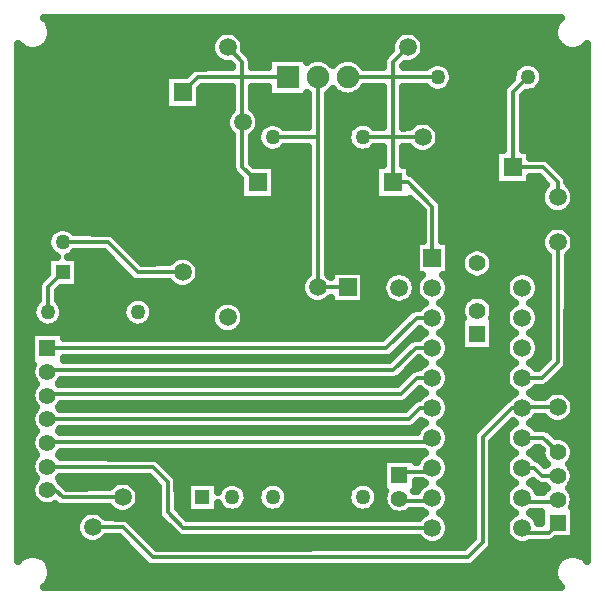
<source format=gtl>
G04 DipTrace 3.2.0.1*
G04 Top.gtl*
%MOIN*%
G04 #@! TF.FileFunction,Copper,L1,Top*
G04 #@! TF.Part,Single*
G04 #@! TA.AperFunction,Conductor*
%ADD14C,0.012992*%
G04 #@! TA.AperFunction,CopperBalancing*
%ADD15C,0.025*%
G04 #@! TA.AperFunction,ComponentPad*
%ADD16R,0.055118X0.055118*%
%ADD17C,0.055118*%
%ADD18C,0.062992*%
%ADD19R,0.062992X0.062992*%
%ADD20C,0.05*%
%ADD21C,0.05*%
%ADD22R,0.059055X0.059055*%
%ADD23C,0.059055*%
%ADD24C,0.062992*%
%ADD25C,0.129921*%
%ADD26R,0.074803X0.074803*%
%ADD27C,0.074803*%
%ADD28R,0.05X0.05*%
%ADD29C,0.059055*%
%FSLAX26Y26*%
G04*
G70*
G90*
G75*
G01*
G04 Top*
%LPD*%
X993701Y1818110D2*
D14*
Y1916535D1*
Y1995276D1*
Y1818110D2*
Y1803937D1*
X887008Y1697244D1*
Y2214567D2*
Y1697244D1*
X993701Y1818110D2*
X1019291D1*
X1143701Y1693701D1*
X1243701D1*
Y1543701D1*
X1343701Y1443701D1*
X2126421Y1541971D2*
Y1660980D1*
X2118701Y1668701D1*
X1993701Y1793701D1*
Y1843701D1*
X993701Y1343701D2*
X1143701Y1493701D1*
X2127038Y1666509D2*
X2129230Y1668701D1*
X2118701D1*
X1978433Y1664441D2*
X1981894Y1660980D1*
X2126421D1*
X1993701Y1843701D2*
Y1943701D1*
X1893701Y2043701D1*
X993701Y2093701D2*
X1043701Y2143701D1*
X1191231D1*
X1343701D1*
X1191231D2*
Y1993701D1*
Y1846171D1*
X1243701Y1793701D1*
X1191231Y2143701D2*
Y2196171D1*
X1143701Y2243701D1*
X1193701Y1993701D2*
X1191231D1*
X1543701Y2143701D2*
X1694241D1*
X1843701D1*
X1693701Y1793701D2*
Y1943701D1*
Y2143701D1*
X1593701Y1943701D2*
X1693701D1*
Y1793701D2*
X1743701D1*
X1826421Y1710980D1*
Y1541972D1*
X1694241Y2143701D2*
Y2193160D1*
X1693701Y2193701D1*
X1743701Y2243701D1*
X1793701Y1943701D2*
X1693701D1*
X2143701Y2143701D2*
X2093701Y2093701D1*
Y1843701D1*
X2243701Y1743701D2*
Y1793701D1*
X2193701Y1843701D1*
X2093701D1*
X2243701Y1593701D2*
Y1193701D1*
X2191971Y1141971D1*
X2126421D1*
X2243701Y1043701D2*
X2128151D1*
X2126421Y1041971D1*
X693701Y643701D2*
X793701D1*
X893701Y543701D1*
X1943701D1*
X1993701Y593701D1*
Y943701D1*
X2091971Y1041971D1*
X2126421D1*
X2243701Y657480D2*
Y655097D1*
X2213877Y625273D1*
X2109722D1*
X2126421Y641972D1*
X2243701Y814961D2*
X2192211D1*
X2165201Y841971D1*
X2126421D1*
X593701Y1593701D2*
X743701D1*
X843701Y1493701D1*
X993701D1*
X2243701Y893701D2*
X2195429Y941972D1*
X2126421D1*
X1443701Y1443701D2*
X1543701D1*
X1443701D2*
Y1943701D1*
Y2143701D1*
X1293701Y1943701D2*
X1443701D1*
X1826421Y941972D2*
Y927356D1*
X544982D1*
X543034Y925409D1*
Y1004150D2*
X1747978D1*
X1785799Y1041971D1*
X1826421D1*
Y841971D2*
Y829745D1*
X1727928D1*
X1716310Y818127D1*
X1826421Y741971D2*
Y730709D1*
X1724988D1*
X1716310Y739387D1*
X544252Y1360857D2*
Y1444252D1*
X593701Y1493701D1*
X1826421Y1341972D2*
X1774665D1*
X1673063Y1240370D1*
X543034D1*
X1826421Y1241972D2*
X1771224D1*
X1696513Y1167261D1*
X548667D1*
X543034Y1161630D1*
X1826421Y1141971D2*
X1776560D1*
X1721882Y1087293D1*
X547438D1*
X543034Y1082890D1*
X1826421Y641972D2*
X995429D1*
X943701Y693701D1*
Y793701D1*
X893701Y843701D1*
X557144D1*
X553459Y847386D1*
X543752D1*
X543034Y846669D1*
X2243701Y736220D2*
Y727685D1*
X2140707D1*
X2126421Y741971D1*
X793701Y743701D2*
X593701D1*
X569472Y767929D1*
X543034D1*
X553517Y2316962D2*
D15*
X2233889D1*
X558038Y2292093D2*
X1112975D1*
X1174421D2*
X1712994D1*
X1774404D2*
X2229368D1*
X552081Y2267224D2*
X1090368D1*
X1197028D2*
X1690351D1*
X1797047D2*
X2235324D1*
X448089Y2242356D2*
X456747D1*
X530658D2*
X1085200D1*
X1202195D2*
X1685184D1*
X1802214D2*
X2256711D1*
X2330681D2*
X2339317D1*
X448089Y2217487D2*
X1091695D1*
X1218917D2*
X1668318D1*
X1795719D2*
X2339317D1*
X448089Y2192618D2*
X1118214D1*
X1226704D2*
X1277324D1*
X1487295D2*
X1500093D1*
X1587304D2*
X1658235D1*
X1769201D2*
X1825132D1*
X1862285D2*
X2125124D1*
X2162276D2*
X2339317D1*
X448089Y2167749D2*
X1018635D1*
X1891745D2*
X2095663D1*
X2191737D2*
X2339317D1*
X448089Y2142881D2*
X933195D1*
X1897702D2*
X2089706D1*
X2197694D2*
X2339317D1*
X448089Y2118012D2*
X933195D1*
X1890812D2*
X2068858D1*
X2190840D2*
X2339317D1*
X448089Y2093143D2*
X933195D1*
X1054173D2*
X1155749D1*
X1226704D2*
X1277324D1*
X1485285D2*
X1502139D1*
X1585259D2*
X1658199D1*
X1729190D2*
X1831448D1*
X1855969D2*
X2058200D1*
X2155961D2*
X2339317D1*
X448089Y2068274D2*
X933195D1*
X1054173D2*
X1155749D1*
X1226704D2*
X1408230D1*
X1479185D2*
X1658199D1*
X1729190D2*
X2058200D1*
X2129191D2*
X2339317D1*
X448089Y2043406D2*
X933195D1*
X1054173D2*
X1155749D1*
X1226704D2*
X1408230D1*
X1479185D2*
X1658199D1*
X1729190D2*
X2058200D1*
X2129191D2*
X2339317D1*
X448089Y2018537D2*
X1141000D1*
X1246404D2*
X1408230D1*
X1479185D2*
X1658199D1*
X1729190D2*
X2058200D1*
X2129191D2*
X2339317D1*
X448089Y1993668D2*
X1135187D1*
X1252218D2*
X1278760D1*
X1308627D2*
X1408230D1*
X1479185D2*
X1578751D1*
X1608655D2*
X1658199D1*
X1729190D2*
X1765888D1*
X1821520D2*
X2058200D1*
X2129191D2*
X2339317D1*
X448089Y1968799D2*
X1141036D1*
X1479185D2*
X1546240D1*
X1846280D2*
X2058200D1*
X2129191D2*
X2339317D1*
X448089Y1943930D2*
X1155749D1*
X1226704D2*
X1239718D1*
X1479185D2*
X1539710D1*
X1852237D2*
X2058200D1*
X2129191D2*
X2339317D1*
X448089Y1919062D2*
X1155749D1*
X1226704D2*
X1245997D1*
X1479185D2*
X1545989D1*
X1846496D2*
X2058200D1*
X2129191D2*
X2339317D1*
X448089Y1894193D2*
X1155749D1*
X1226704D2*
X1277037D1*
X1310350D2*
X1408230D1*
X1479185D2*
X1577029D1*
X1610342D2*
X1658199D1*
X1729190D2*
X1764990D1*
X1822417D2*
X2033225D1*
X2154202D2*
X2339317D1*
X448089Y1869324D2*
X1155749D1*
X1226704D2*
X1408230D1*
X1479185D2*
X1658199D1*
X1729190D2*
X2033225D1*
X2216964D2*
X2339317D1*
X448089Y1844455D2*
X1155785D1*
X1304178D2*
X1408230D1*
X1479185D2*
X1633224D1*
X1754201D2*
X2033225D1*
X2242083D2*
X2339317D1*
X448089Y1819587D2*
X1168667D1*
X1304178D2*
X1408230D1*
X1479185D2*
X1633224D1*
X1766653D2*
X2033225D1*
X2266951D2*
X2339317D1*
X448089Y1794718D2*
X1183200D1*
X1304178D2*
X1408230D1*
X1479185D2*
X1633224D1*
X1791844D2*
X2033225D1*
X2154202D2*
X2193519D1*
X2279187D2*
X2339317D1*
X448089Y1769849D2*
X1183200D1*
X1304178D2*
X1408230D1*
X1479185D2*
X1633224D1*
X1816712D2*
X2191653D1*
X2295730D2*
X2339317D1*
X448089Y1744980D2*
X1183200D1*
X1304178D2*
X1408230D1*
X1479185D2*
X1633224D1*
X1841579D2*
X2185194D1*
X2302189D2*
X2339317D1*
X448089Y1720112D2*
X1408230D1*
X1479185D2*
X1768148D1*
X1860634D2*
X2190397D1*
X2297021D2*
X2339317D1*
X448089Y1695243D2*
X1408230D1*
X1479185D2*
X1790935D1*
X1861926D2*
X2213076D1*
X2274307D2*
X2339317D1*
X448089Y1670374D2*
X1408230D1*
X1479185D2*
X1790935D1*
X1861926D2*
X2339317D1*
X448089Y1645505D2*
X1408230D1*
X1479185D2*
X1790935D1*
X1861926D2*
X2219894D1*
X2267525D2*
X2339317D1*
X448089Y1620637D2*
X547332D1*
X765233D2*
X1408230D1*
X1479185D2*
X1790935D1*
X1861926D2*
X2192084D1*
X2295335D2*
X2339317D1*
X448089Y1595768D2*
X539761D1*
X790783D2*
X1408230D1*
X1479185D2*
X1767897D1*
X1884927D2*
X2185230D1*
X2302189D2*
X2339317D1*
X448089Y1570899D2*
X545036D1*
X815650D2*
X1408230D1*
X1479185D2*
X1767897D1*
X1884927D2*
X1947103D1*
X2003704D2*
X2190039D1*
X2297380D2*
X2339317D1*
X448089Y1546030D2*
X571734D1*
X615668D2*
X742219D1*
X840518D2*
X971196D1*
X1016207D2*
X1408230D1*
X1479185D2*
X1767897D1*
X1884927D2*
X1923814D1*
X2026993D2*
X2208196D1*
X2279187D2*
X2339317D1*
X448089Y1521161D2*
X539725D1*
X647677D2*
X767087D1*
X1045022D2*
X1408230D1*
X1479185D2*
X1767897D1*
X1884927D2*
X1918898D1*
X2031909D2*
X2208196D1*
X2279187D2*
X2339317D1*
X448089Y1496293D2*
X539725D1*
X647677D2*
X791955D1*
X1052163D2*
X1408230D1*
X1602232D2*
X1698497D1*
X1731810D2*
X1767897D1*
X1884927D2*
X1926146D1*
X2024660D2*
X2110232D1*
X2142612D2*
X2208196D1*
X2279187D2*
X2339317D1*
X448089Y1471424D2*
X522285D1*
X647677D2*
X816823D1*
X1047606D2*
X1392513D1*
X1602232D2*
X1664909D1*
X1765361D2*
X1776258D1*
X1876566D2*
X1958083D1*
X1992724D2*
X2076286D1*
X2176558D2*
X2208196D1*
X2279187D2*
X2339317D1*
X448089Y1446555D2*
X508829D1*
X647677D2*
X960933D1*
X1026470D2*
X1385264D1*
X1602232D2*
X1656800D1*
X1884748D2*
X2068104D1*
X2184740D2*
X2208196D1*
X2279187D2*
X2339317D1*
X448089Y1421686D2*
X508757D1*
X579748D2*
X1389678D1*
X1602232D2*
X1660496D1*
X1881124D2*
X2071693D1*
X2181151D2*
X2208196D1*
X2279187D2*
X2339317D1*
X448089Y1396818D2*
X504881D1*
X583623D2*
X804909D1*
X883615D2*
X1123417D1*
X1164014D2*
X1410526D1*
X1476853D2*
X1485166D1*
X1602232D2*
X1679658D1*
X1750649D2*
X1790755D1*
X1862069D2*
X1928551D1*
X2022256D2*
X2090747D1*
X2162061D2*
X2208196D1*
X2279187D2*
X2339317D1*
X448089Y1371949D2*
X491461D1*
X597044D2*
X791452D1*
X897036D2*
X1092808D1*
X1194587D2*
X1758388D1*
X1876244D2*
X1919185D1*
X2031622D2*
X2076609D1*
X2176235D2*
X2208196D1*
X2279187D2*
X2339317D1*
X448089Y1347080D2*
X492142D1*
X596362D2*
X792134D1*
X896354D2*
X1085272D1*
X1202123D2*
X1730613D1*
X1884712D2*
X1922235D1*
X2028572D2*
X2068140D1*
X2184704D2*
X2208196D1*
X2279187D2*
X2339317D1*
X448089Y1322211D2*
X507716D1*
X580788D2*
X807708D1*
X880780D2*
X1089471D1*
X1197925D2*
X1705746D1*
X1881339D2*
X1918862D1*
X2031945D2*
X2071513D1*
X2181331D2*
X2208196D1*
X2279187D2*
X2339317D1*
X448089Y1297343D2*
X1109745D1*
X1177650D2*
X1680878D1*
X1779177D2*
X1790073D1*
X1862787D2*
X1918862D1*
X2031945D2*
X2090065D1*
X2162779D2*
X2208196D1*
X2279187D2*
X2339317D1*
X448089Y1272474D2*
X486473D1*
X1875921D2*
X1918862D1*
X2031945D2*
X2076932D1*
X2175912D2*
X2208196D1*
X2279187D2*
X2339317D1*
X448089Y1247605D2*
X486473D1*
X1884640D2*
X1918862D1*
X2031945D2*
X2068176D1*
X2184668D2*
X2208196D1*
X2279187D2*
X2339317D1*
X448089Y1222736D2*
X486473D1*
X1881518D2*
X2071298D1*
X2181546D2*
X2208196D1*
X2279187D2*
X2339317D1*
X448089Y1197867D2*
X486473D1*
X1776270D2*
X1789392D1*
X1863469D2*
X2089383D1*
X2163461D2*
X2198723D1*
X2279187D2*
X2339317D1*
X448089Y1172999D2*
X487693D1*
X1751402D2*
X1762873D1*
X1875562D2*
X2077290D1*
X2271867D2*
X2339317D1*
X448089Y1148130D2*
X488195D1*
X1884605D2*
X2068248D1*
X2247286D2*
X2339317D1*
X448089Y1123261D2*
X502477D1*
X583587D2*
X1708688D1*
X1881734D2*
X2071118D1*
X2222418D2*
X2339317D1*
X448089Y1098392D2*
X488769D1*
X1864115D2*
X2088738D1*
X2164106D2*
X2229081D1*
X2258338D2*
X2339317D1*
X448089Y1073524D2*
X487298D1*
X1757252D2*
X1773674D1*
X1875203D2*
X2077649D1*
X2293612D2*
X2339317D1*
X448089Y1048655D2*
X498709D1*
X587355D2*
X1743316D1*
X1884533D2*
X2049516D1*
X2302009D2*
X2339317D1*
X448089Y1023786D2*
X490169D1*
X1881913D2*
X2024648D1*
X2298564D2*
X2339317D1*
X448089Y998917D2*
X486724D1*
X1864761D2*
X1999781D1*
X2164752D2*
X2207550D1*
X2279869D2*
X2339317D1*
X448089Y974049D2*
X495623D1*
X1763962D2*
X1777981D1*
X1874844D2*
X1974913D1*
X2205624D2*
X2339317D1*
X448089Y949180D2*
X491999D1*
X1884461D2*
X1958657D1*
X2048344D2*
X2068355D1*
X2237382D2*
X2339317D1*
X448089Y924311D2*
X486509D1*
X1882093D2*
X1958227D1*
X2029182D2*
X2070760D1*
X2290742D2*
X2339317D1*
X448089Y899442D2*
X493111D1*
X1865371D2*
X1958227D1*
X2029182D2*
X2087446D1*
X2165398D2*
X2187455D1*
X2299964D2*
X2339317D1*
X448089Y874574D2*
X494260D1*
X907837D2*
X1778375D1*
X1874485D2*
X1958227D1*
X2029182D2*
X2078367D1*
X2174477D2*
X2190649D1*
X2296770D2*
X2339317D1*
X448089Y849705D2*
X486580D1*
X936831D2*
X1659742D1*
X1884389D2*
X1958227D1*
X2029182D2*
X2068427D1*
X2287620D2*
X2339317D1*
X448089Y824836D2*
X491102D1*
X961735D2*
X1659742D1*
X1882272D2*
X1958227D1*
X2029182D2*
X2070580D1*
X2299354D2*
X2339317D1*
X448089Y799967D2*
X496987D1*
X589078D2*
X888268D1*
X978601D2*
X1659742D1*
X1865981D2*
X1958227D1*
X2029182D2*
X2086872D1*
X2298134D2*
X2339317D1*
X448089Y775098D2*
X486975D1*
X842600D2*
X908220D1*
X979175D2*
X1005035D1*
X1202338D2*
X1250375D1*
X1337012D2*
X1550403D1*
X1637004D2*
X1659742D1*
X1874090D2*
X1958227D1*
X2029182D2*
X2078762D1*
X2174082D2*
X2203639D1*
X2283744D2*
X2339317D1*
X448089Y750230D2*
X489451D1*
X851822D2*
X908220D1*
X979175D2*
X1005035D1*
X1212637D2*
X1240112D1*
X1347275D2*
X1540140D1*
X1647267D2*
X1660855D1*
X1884317D2*
X1958227D1*
X2029182D2*
X2068499D1*
X2298421D2*
X2339317D1*
X448089Y725361D2*
X507214D1*
X849130D2*
X908220D1*
X979175D2*
X1005035D1*
X1209659D2*
X1243091D1*
X1344332D2*
X1543083D1*
X1644324D2*
X1661608D1*
X1882416D2*
X1958227D1*
X2029182D2*
X2070437D1*
X2299139D2*
X2339317D1*
X448089Y700492D2*
X755532D1*
X831870D2*
X908220D1*
X986064D2*
X1005035D1*
X1113023D2*
X1128548D1*
X1189564D2*
X1263186D1*
X1324201D2*
X1563178D1*
X1624193D2*
X1676285D1*
X1866591D2*
X1958227D1*
X2029182D2*
X2086262D1*
X2300251D2*
X2339317D1*
X448089Y675623D2*
X645153D1*
X804526D2*
X913602D1*
X1010932D2*
X1779129D1*
X1873696D2*
X1958227D1*
X2029182D2*
X2079121D1*
X2173723D2*
X2187132D1*
X2300251D2*
X2339317D1*
X448089Y650755D2*
X635643D1*
X835782D2*
X937501D1*
X1884246D2*
X1958227D1*
X2029182D2*
X2068607D1*
X2300251D2*
X2339317D1*
X448089Y625886D2*
X638083D1*
X860685D2*
X962369D1*
X1882595D2*
X1958227D1*
X2029182D2*
X2070257D1*
X2300251D2*
X2339317D1*
X448089Y601017D2*
X654913D1*
X732471D2*
X787218D1*
X885553D2*
X1785696D1*
X1867129D2*
X1951875D1*
X2029182D2*
X2084862D1*
X2238746D2*
X2339317D1*
X448089Y576148D2*
X812086D1*
X2024122D2*
X2339317D1*
X448089Y551280D2*
X468638D1*
X518781D2*
X836954D1*
X2000439D2*
X2268625D1*
X2318767D2*
X2339317D1*
X548672Y526411D2*
X861821D1*
X1975571D2*
X2238698D1*
X557536Y501542D2*
X2229870D1*
X555670Y476673D2*
X2231736D1*
X541675Y451805D2*
X2245695D1*
X2023484Y1341232D2*
X2029462D1*
Y1233130D1*
X1921360D1*
Y1341232D1*
X1927251Y1341383D1*
X1924005Y1349219D1*
X1922025Y1357466D1*
X1921360Y1365921D1*
X1922025Y1374377D1*
X1924005Y1382624D1*
X1927251Y1390460D1*
X1931682Y1397692D1*
X1937191Y1404141D1*
X1943640Y1409650D1*
X1950872Y1414081D1*
X1958708Y1417327D1*
X1966955Y1419307D1*
X1975411Y1419972D1*
X1983866Y1419307D1*
X1992113Y1417327D1*
X1999949Y1414081D1*
X2007181Y1409650D1*
X2013631Y1404141D1*
X2019139Y1397692D1*
X2023571Y1390460D1*
X2026816Y1382624D1*
X2028796Y1374377D1*
X2029462Y1365921D1*
X2028796Y1357466D1*
X2026816Y1349219D1*
X2023482Y1341223D1*
X2029295Y1519161D2*
X2027969Y1510784D1*
X2025348Y1502717D1*
X2021497Y1495160D1*
X2016512Y1488298D1*
X2010514Y1482301D1*
X2003652Y1477315D1*
X1996095Y1473465D1*
X1988029Y1470844D1*
X1979652Y1469517D1*
X1971170D1*
X1962793Y1470844D1*
X1954726Y1473465D1*
X1947169Y1477315D1*
X1940307Y1482301D1*
X1934310Y1488298D1*
X1929325Y1495160D1*
X1925474Y1502717D1*
X1922853Y1510784D1*
X1921526Y1519161D1*
Y1527642D1*
X1922853Y1536020D1*
X1925474Y1544086D1*
X1929325Y1551643D1*
X1934310Y1558505D1*
X1940307Y1564502D1*
X1947169Y1569488D1*
X1954726Y1573338D1*
X1962793Y1575959D1*
X1971170Y1577286D1*
X1979652D1*
X1988029Y1575959D1*
X1996095Y1573338D1*
X2003652Y1569488D1*
X2010514Y1564502D1*
X2016512Y1558505D1*
X2021497Y1551643D1*
X2025348Y1544086D1*
X2027969Y1536020D1*
X2029295Y1527642D1*
Y1519161D1*
X2291774Y711531D2*
X2297752D1*
Y603429D1*
X2238651D1*
X2233267Y598585D1*
X2228853Y595880D1*
X2224071Y593899D1*
X2219037Y592691D1*
X2213877Y592285D1*
X2151854Y592059D1*
X2143732Y588695D1*
X2135185Y586642D1*
X2126421Y585953D1*
X2117658Y586642D1*
X2109110Y588695D1*
X2100989Y592059D1*
X2092485Y597146D1*
X2088298Y600188D1*
X2084637Y603849D1*
X2081590Y608045D1*
X2076507Y616540D1*
X2073143Y624661D1*
X2071091Y633209D1*
X2070402Y641972D1*
X2071091Y650736D1*
X2073143Y659283D1*
X2076507Y667405D1*
X2081100Y674900D1*
X2086809Y681584D1*
X2093494Y687293D1*
X2101160Y691965D1*
X2093494Y696650D1*
X2086809Y702359D1*
X2081100Y709044D1*
X2076507Y716539D1*
X2073143Y724660D1*
X2071091Y733208D1*
X2070402Y741971D1*
X2071091Y750735D1*
X2073143Y759282D1*
X2076507Y767404D1*
X2081100Y774899D1*
X2086809Y781583D1*
X2093494Y787292D1*
X2101160Y791964D1*
X2093494Y796650D1*
X2086809Y802359D1*
X2081100Y809044D1*
X2076507Y816539D1*
X2073143Y824660D1*
X2071091Y833208D1*
X2070402Y841971D1*
X2071091Y850735D1*
X2073143Y859282D1*
X2076507Y867404D1*
X2081100Y874899D1*
X2086809Y881583D1*
X2093494Y887292D1*
X2101160Y891964D1*
X2093494Y896652D1*
X2086809Y902361D1*
X2081100Y909045D1*
X2076507Y916540D1*
X2073143Y924661D1*
X2071091Y933209D1*
X2070402Y941972D1*
X2071091Y950736D1*
X2073143Y959283D1*
X2076507Y967405D1*
X2081100Y974900D1*
X2086809Y981584D1*
X2093494Y987293D1*
X2101160Y991965D1*
X2093399Y996725D1*
X2026666Y930014D1*
X2026587Y591113D1*
X2025778Y586000D1*
X2024178Y581077D1*
X2021828Y576464D1*
X2018785Y572277D1*
X1971557Y524904D1*
X1965125Y518616D1*
X1960937Y515574D1*
X1956325Y513224D1*
X1951402Y511624D1*
X1946289Y510814D1*
X1879396Y510713D1*
X891113Y510814D1*
X886000Y511624D1*
X881077Y513224D1*
X876464Y515574D1*
X872277Y518616D1*
X824904Y565845D1*
X780018Y610731D1*
X738977Y610713D1*
X733313Y604089D1*
X726628Y598380D1*
X719133Y593787D1*
X711012Y590423D1*
X702464Y588371D1*
X693701Y587681D1*
X684937Y588371D1*
X676390Y590423D1*
X668268Y593787D1*
X660773Y598380D1*
X654089Y604089D1*
X648380Y610773D1*
X643787Y618268D1*
X640423Y626390D1*
X638371Y634937D1*
X637681Y643701D1*
X638371Y652464D1*
X640423Y661012D1*
X643787Y669133D1*
X648380Y676628D1*
X654089Y683313D1*
X660773Y689022D1*
X668268Y693615D1*
X676390Y696979D1*
X684937Y699031D1*
X693701Y699720D1*
X702464Y699031D1*
X711012Y696979D1*
X719133Y693615D1*
X726628Y689022D1*
X733313Y683313D1*
X738968Y676696D1*
X796289Y676587D1*
X801402Y675778D1*
X806325Y674178D1*
X810937Y671828D1*
X815125Y668785D1*
X862497Y621557D1*
X907384Y576670D1*
X1930072Y576689D1*
X1960694Y607346D1*
X1960814Y946289D1*
X1961624Y951402D1*
X1963224Y956325D1*
X1965574Y960937D1*
X1968616Y965125D1*
X2015845Y1012497D1*
X2070547Y1067056D1*
X2074735Y1070098D1*
X2079357Y1072452D1*
X2083824Y1078353D1*
X2090039Y1084569D1*
X2097151Y1089736D1*
X2100989Y1092057D1*
X2093494Y1096650D1*
X2086809Y1102359D1*
X2081100Y1109044D1*
X2076507Y1116539D1*
X2073143Y1124660D1*
X2071091Y1133208D1*
X2070402Y1141971D1*
X2071091Y1150735D1*
X2073143Y1159282D1*
X2076507Y1167404D1*
X2081100Y1174899D1*
X2086809Y1181583D1*
X2093494Y1187292D1*
X2101160Y1191964D1*
X2093494Y1196652D1*
X2086809Y1202361D1*
X2081100Y1209045D1*
X2076507Y1216540D1*
X2073143Y1224661D1*
X2071091Y1233209D1*
X2070402Y1241972D1*
X2071091Y1250736D1*
X2073143Y1259283D1*
X2076507Y1267405D1*
X2081100Y1274900D1*
X2086809Y1281584D1*
X2093494Y1287293D1*
X2101160Y1291965D1*
X2093494Y1296650D1*
X2086809Y1302359D1*
X2081100Y1309044D1*
X2076507Y1316539D1*
X2073143Y1324660D1*
X2071091Y1333208D1*
X2070402Y1341971D1*
X2071091Y1350735D1*
X2073143Y1359282D1*
X2076507Y1367404D1*
X2081100Y1374899D1*
X2086809Y1381583D1*
X2093494Y1387292D1*
X2101160Y1391964D1*
X2093494Y1396650D1*
X2086809Y1402359D1*
X2081100Y1409044D1*
X2076507Y1416539D1*
X2073143Y1424660D1*
X2071091Y1433208D1*
X2070402Y1441971D1*
X2071091Y1450735D1*
X2073143Y1459282D1*
X2076507Y1467404D1*
X2081100Y1474899D1*
X2086809Y1481583D1*
X2093494Y1487292D1*
X2100989Y1491885D1*
X2109110Y1495249D1*
X2117658Y1497301D1*
X2126421Y1497991D1*
X2135185Y1497301D1*
X2143732Y1495249D1*
X2151854Y1491885D1*
X2159349Y1487292D1*
X2166033Y1481583D1*
X2171742Y1474899D1*
X2176335Y1467404D1*
X2179699Y1459282D1*
X2181751Y1450735D1*
X2182441Y1441971D1*
X2181751Y1433208D1*
X2179699Y1424660D1*
X2176335Y1416539D1*
X2171742Y1409044D1*
X2166033Y1402359D1*
X2159349Y1396650D1*
X2151682Y1391978D1*
X2159349Y1387292D1*
X2166033Y1381583D1*
X2171742Y1374899D1*
X2176335Y1367404D1*
X2179699Y1359282D1*
X2181751Y1350735D1*
X2182441Y1341971D1*
X2181751Y1333208D1*
X2179699Y1324660D1*
X2176335Y1316539D1*
X2171742Y1309044D1*
X2166033Y1302359D1*
X2159349Y1296650D1*
X2151682Y1291978D1*
X2159349Y1287293D1*
X2166033Y1281584D1*
X2171742Y1274900D1*
X2176335Y1267405D1*
X2179699Y1259283D1*
X2181751Y1250736D1*
X2182441Y1241972D1*
X2181751Y1233209D1*
X2179699Y1224661D1*
X2176335Y1216540D1*
X2171742Y1209045D1*
X2166033Y1202361D1*
X2159349Y1196652D1*
X2151682Y1191979D1*
X2159349Y1187292D1*
X2166033Y1181583D1*
X2171689Y1174966D1*
X2178274Y1174959D1*
X2210690Y1207342D1*
X2210712Y1548416D1*
X2204089Y1554089D1*
X2198380Y1560773D1*
X2193787Y1568268D1*
X2190423Y1576390D1*
X2188371Y1584937D1*
X2187681Y1593701D1*
X2188371Y1602464D1*
X2190423Y1611012D1*
X2193787Y1619133D1*
X2198380Y1626628D1*
X2204089Y1633313D1*
X2210773Y1639022D1*
X2218268Y1643615D1*
X2226390Y1646979D1*
X2234937Y1649031D1*
X2243701Y1649720D1*
X2252464Y1649031D1*
X2261012Y1646979D1*
X2269133Y1643615D1*
X2276628Y1639022D1*
X2283313Y1633313D1*
X2289022Y1626628D1*
X2293615Y1619133D1*
X2296979Y1611012D1*
X2299031Y1602464D1*
X2299720Y1593701D1*
X2299031Y1584937D1*
X2296979Y1576390D1*
X2293615Y1568268D1*
X2289022Y1560773D1*
X2283313Y1554089D1*
X2276696Y1548433D1*
X2276587Y1191113D1*
X2275778Y1186000D1*
X2274178Y1181077D1*
X2271828Y1176464D1*
X2268785Y1172277D1*
X2221557Y1124904D1*
X2213395Y1116887D1*
X2209207Y1113844D1*
X2204595Y1111494D1*
X2199672Y1109894D1*
X2194559Y1109085D1*
X2171697Y1108983D1*
X2166033Y1102359D1*
X2159349Y1096650D1*
X2151682Y1091978D1*
X2159349Y1087292D1*
X2166033Y1081583D1*
X2170327Y1076693D1*
X2198448Y1076689D1*
X2204089Y1083313D1*
X2210773Y1089022D1*
X2218268Y1093615D1*
X2226390Y1096979D1*
X2234937Y1099031D1*
X2243701Y1099720D1*
X2252464Y1099031D1*
X2261012Y1096979D1*
X2269133Y1093615D1*
X2276628Y1089022D1*
X2283313Y1083313D1*
X2289022Y1076628D1*
X2293615Y1069133D1*
X2296979Y1061012D1*
X2299031Y1052464D1*
X2299720Y1043701D1*
X2299031Y1034937D1*
X2296979Y1026390D1*
X2293615Y1018268D1*
X2289022Y1010773D1*
X2283313Y1004089D1*
X2276628Y998380D1*
X2269133Y993787D1*
X2261012Y990423D1*
X2252464Y988371D1*
X2243701Y987681D1*
X2234937Y988371D1*
X2226390Y990423D1*
X2218268Y993787D1*
X2210773Y998380D1*
X2204089Y1004089D1*
X2198433Y1010706D1*
X2172901Y1010713D1*
X2169019Y1005589D1*
X2162803Y999373D1*
X2155691Y994206D1*
X2151854Y991886D1*
X2159349Y987293D1*
X2166033Y981584D1*
X2171689Y974967D1*
X2198017Y974859D1*
X2203130Y974049D1*
X2208053Y972450D1*
X2212665Y970100D1*
X2216853Y967057D1*
X2236745Y947308D1*
X2243701Y947752D1*
X2252156Y947087D1*
X2260404Y945107D1*
X2268240Y941861D1*
X2275471Y937429D1*
X2281921Y931921D1*
X2287429Y925471D1*
X2291861Y918240D1*
X2295107Y910404D1*
X2297087Y902156D1*
X2297752Y893701D1*
X2297087Y885245D1*
X2295107Y876998D1*
X2291861Y869162D1*
X2287429Y861930D1*
X2281921Y855481D1*
X2280716Y854367D1*
X2284802Y850064D1*
X2289787Y843202D1*
X2293638Y835645D1*
X2296259Y827579D1*
X2297585Y819201D1*
Y810720D1*
X2296259Y802343D1*
X2293638Y794276D1*
X2289787Y786719D1*
X2284802Y779857D1*
X2280716Y775627D1*
X2284802Y771324D1*
X2289787Y764462D1*
X2293638Y756905D1*
X2296259Y748838D1*
X2297585Y740461D1*
Y731980D1*
X2296259Y723602D1*
X2293638Y715536D1*
X2291772Y711523D1*
X2189650Y658296D2*
Y694683D1*
X2156466Y694697D1*
X2151854Y691886D1*
X2159349Y687293D1*
X2166033Y681584D1*
X2171742Y674900D1*
X2176335Y667405D1*
X2179699Y659283D1*
X2179984Y658275D1*
X2189636Y658261D1*
X2195506Y760684D2*
X2199972Y767991D1*
X2205481Y774440D1*
X2206686Y775555D1*
X2200927Y781979D1*
X2189623Y782074D1*
X2184510Y782884D1*
X2179587Y784483D1*
X2174975Y786833D1*
X2170787Y789876D1*
X2161907Y798612D1*
X2155691Y794206D1*
X2151854Y791885D1*
X2159349Y787292D1*
X2166033Y781583D1*
X2171742Y774899D1*
X2176335Y767404D1*
X2179182Y760685D1*
X2195503Y760673D1*
X2203151Y850661D2*
X2206686Y854295D1*
X2202600Y858597D1*
X2197615Y865459D1*
X2193764Y873016D1*
X2191143Y881083D1*
X2189816Y889460D1*
Y897942D1*
X2190134Y900625D1*
X2181781Y908968D1*
X2171710Y908984D1*
X2166033Y902361D1*
X2159349Y896652D1*
X2151682Y891979D1*
X2159349Y887292D1*
X2166033Y881583D1*
X2171742Y874899D1*
X2172210Y874199D1*
X2177825Y872448D1*
X2182437Y870098D1*
X2186625Y867056D1*
X2203117Y850707D1*
X1232398Y1851689D2*
X1301689D1*
Y1735713D1*
X1185713D1*
Y1805005D1*
X1166146Y1824746D1*
X1163104Y1828934D1*
X1160754Y1833547D1*
X1159154Y1838470D1*
X1158344Y1843582D1*
X1158243Y1910475D1*
Y1950342D1*
X1154089Y1954089D1*
X1148380Y1960773D1*
X1143787Y1968268D1*
X1140423Y1976390D1*
X1138371Y1984937D1*
X1137681Y1993701D1*
X1138371Y2002464D1*
X1140423Y2011012D1*
X1143787Y2019133D1*
X1148380Y2026628D1*
X1154089Y2033313D1*
X1158250Y2037032D1*
X1158243Y2110719D1*
X1057347Y2110712D1*
X1051676Y2105023D1*
X1051689Y2035712D1*
X935713D1*
Y2151689D1*
X1005005D1*
X1022277Y2168785D1*
X1026464Y2171828D1*
X1031077Y2174178D1*
X1036000Y2175778D1*
X1041113Y2176587D1*
X1108005Y2176689D1*
X1158207D1*
X1158243Y2182492D1*
X1152401Y2188348D1*
X1143701Y2187681D1*
X1134937Y2188371D1*
X1126390Y2190423D1*
X1118268Y2193787D1*
X1110773Y2198380D1*
X1104089Y2204089D1*
X1098380Y2210773D1*
X1093787Y2218268D1*
X1090423Y2226390D1*
X1088371Y2234937D1*
X1087681Y2243701D1*
X1088371Y2252464D1*
X1090423Y2261012D1*
X1093787Y2269133D1*
X1098380Y2276628D1*
X1104089Y2283313D1*
X1110773Y2289022D1*
X1118268Y2293615D1*
X1126390Y2296979D1*
X1134937Y2299031D1*
X1143701Y2299720D1*
X1152464Y2299031D1*
X1161012Y2296979D1*
X1169133Y2293615D1*
X1176628Y2289022D1*
X1183313Y2283313D1*
X1189022Y2276628D1*
X1193615Y2269133D1*
X1196979Y2261012D1*
X1199031Y2252464D1*
X1199720Y2243701D1*
X1199041Y2235023D1*
X1216316Y2217595D1*
X1219358Y2213407D1*
X1221708Y2208795D1*
X1223308Y2203872D1*
X1224118Y2198759D1*
X1224219Y2176685D1*
X1279829Y2176689D1*
X1279807Y2207594D1*
X1407595D1*
Y2196434D1*
X1414694Y2200630D1*
X1423957Y2204467D1*
X1433706Y2206808D1*
X1443701Y2207594D1*
X1453696Y2206808D1*
X1463445Y2204467D1*
X1472708Y2200630D1*
X1481257Y2195392D1*
X1488880Y2188880D1*
X1493681Y2183427D1*
X1498521Y2188880D1*
X1506145Y2195392D1*
X1514694Y2200630D1*
X1523957Y2204467D1*
X1533706Y2206808D1*
X1543701Y2207594D1*
X1553696Y2206808D1*
X1563445Y2204467D1*
X1572708Y2200630D1*
X1581257Y2195392D1*
X1588880Y2188880D1*
X1595392Y2181257D1*
X1598399Y2176692D1*
X1661221Y2176689D1*
X1661119Y2188540D1*
X1660712Y2193701D1*
X1661119Y2198861D1*
X1662327Y2203895D1*
X1664308Y2208677D1*
X1667013Y2213091D1*
X1670375Y2217027D1*
X1688365Y2235017D1*
X1687681Y2243701D1*
X1688371Y2252464D1*
X1690423Y2261012D1*
X1693787Y2269133D1*
X1698380Y2276628D1*
X1704089Y2283313D1*
X1710773Y2289022D1*
X1718268Y2293615D1*
X1726390Y2296979D1*
X1734937Y2299031D1*
X1743701Y2299720D1*
X1752464Y2299031D1*
X1761012Y2296979D1*
X1769133Y2293615D1*
X1776628Y2289022D1*
X1783313Y2283313D1*
X1789022Y2276628D1*
X1793615Y2269133D1*
X1796979Y2261012D1*
X1799031Y2252464D1*
X1799720Y2243701D1*
X1799031Y2234937D1*
X1796979Y2226390D1*
X1793615Y2218268D1*
X1789022Y2210773D1*
X1783313Y2204089D1*
X1776628Y2198380D1*
X1769133Y2193787D1*
X1761012Y2190423D1*
X1752464Y2188371D1*
X1743701Y2187681D1*
X1735023Y2188361D1*
X1727215Y2180563D1*
X1730446Y2176689D1*
X1804188D1*
X1807290Y2180111D1*
X1813434Y2185359D1*
X1820324Y2189581D1*
X1827789Y2192673D1*
X1835646Y2194559D1*
X1843701Y2195193D1*
X1851756Y2194559D1*
X1859613Y2192673D1*
X1867078Y2189581D1*
X1873967Y2185359D1*
X1880111Y2180111D1*
X1885359Y2173967D1*
X1889581Y2167078D1*
X1892673Y2159613D1*
X1894559Y2151756D1*
X1895193Y2143701D1*
X1894559Y2135646D1*
X1892673Y2127789D1*
X1889581Y2120324D1*
X1885359Y2113434D1*
X1880111Y2107290D1*
X1873967Y2102043D1*
X1867078Y2097821D1*
X1859613Y2094729D1*
X1851756Y2092843D1*
X1843701Y2092209D1*
X1835646Y2092843D1*
X1827789Y2094729D1*
X1820324Y2097821D1*
X1813434Y2102043D1*
X1807290Y2107290D1*
X1804184Y2110718D1*
X1726682Y2110713D1*
X1726689Y1976660D1*
X1748424Y1976689D1*
X1754089Y1983313D1*
X1760773Y1989022D1*
X1768268Y1993615D1*
X1776390Y1996979D1*
X1784937Y1999031D1*
X1793701Y1999720D1*
X1802464Y1999031D1*
X1811012Y1996979D1*
X1819133Y1993615D1*
X1826628Y1989022D1*
X1833313Y1983313D1*
X1839022Y1976628D1*
X1843615Y1969133D1*
X1846979Y1961012D1*
X1849031Y1952464D1*
X1849720Y1943701D1*
X1849031Y1934937D1*
X1846979Y1926390D1*
X1843615Y1918268D1*
X1839022Y1910773D1*
X1833313Y1904089D1*
X1826628Y1898380D1*
X1819133Y1893787D1*
X1811012Y1890423D1*
X1802464Y1888371D1*
X1793701Y1887681D1*
X1784937Y1888371D1*
X1776390Y1890423D1*
X1768268Y1893787D1*
X1760773Y1898380D1*
X1754089Y1904089D1*
X1748433Y1910706D1*
X1726705Y1910712D1*
X1726689Y1851658D1*
X1751689Y1851689D1*
Y1825673D1*
X1756325Y1824178D1*
X1760937Y1821828D1*
X1765125Y1818785D1*
X1812497Y1771557D1*
X1851506Y1732404D1*
X1854548Y1728217D1*
X1856898Y1723604D1*
X1858498Y1718681D1*
X1859308Y1713569D1*
X1859410Y1646676D1*
Y1597981D1*
X1882441Y1597992D1*
Y1485953D1*
X1861090D1*
X1866033Y1481584D1*
X1871742Y1474900D1*
X1876335Y1467405D1*
X1879699Y1459283D1*
X1881751Y1450736D1*
X1882441Y1441972D1*
X1881751Y1433209D1*
X1879699Y1424661D1*
X1876335Y1416540D1*
X1871742Y1409045D1*
X1866033Y1402361D1*
X1859349Y1396652D1*
X1851682Y1391979D1*
X1859349Y1387293D1*
X1866033Y1381584D1*
X1871742Y1374900D1*
X1876335Y1367405D1*
X1879699Y1359283D1*
X1881751Y1350736D1*
X1882441Y1341972D1*
X1881751Y1333209D1*
X1879699Y1324661D1*
X1876335Y1316540D1*
X1871742Y1309045D1*
X1866033Y1302361D1*
X1859349Y1296652D1*
X1851682Y1291979D1*
X1859349Y1287293D1*
X1866033Y1281584D1*
X1871742Y1274900D1*
X1876335Y1267405D1*
X1879699Y1259283D1*
X1881751Y1250736D1*
X1882441Y1241972D1*
X1881751Y1233209D1*
X1879699Y1224661D1*
X1876335Y1216540D1*
X1871742Y1209045D1*
X1866033Y1202361D1*
X1859349Y1196652D1*
X1851682Y1191979D1*
X1859349Y1187292D1*
X1866033Y1181583D1*
X1871742Y1174899D1*
X1876335Y1167404D1*
X1879699Y1159282D1*
X1881751Y1150735D1*
X1882441Y1141971D1*
X1881751Y1133208D1*
X1879699Y1124660D1*
X1876335Y1116539D1*
X1871742Y1109044D1*
X1866033Y1102359D1*
X1859349Y1096650D1*
X1851682Y1091978D1*
X1859349Y1087292D1*
X1866033Y1081583D1*
X1871742Y1074899D1*
X1876335Y1067404D1*
X1879699Y1059282D1*
X1881751Y1050735D1*
X1882441Y1041971D1*
X1881751Y1033208D1*
X1879699Y1024660D1*
X1876335Y1016539D1*
X1871742Y1009044D1*
X1866033Y1002359D1*
X1859349Y996650D1*
X1851682Y991978D1*
X1859349Y987293D1*
X1866033Y981584D1*
X1871742Y974900D1*
X1876335Y967405D1*
X1879699Y959283D1*
X1881751Y950736D1*
X1882441Y941972D1*
X1881751Y933209D1*
X1879699Y924661D1*
X1876335Y916540D1*
X1871742Y909045D1*
X1866033Y902361D1*
X1859349Y896652D1*
X1851682Y891979D1*
X1859349Y887292D1*
X1866033Y881583D1*
X1871742Y874899D1*
X1876335Y867404D1*
X1879699Y859282D1*
X1881751Y850735D1*
X1882441Y841971D1*
X1881751Y833208D1*
X1879699Y824660D1*
X1876335Y816539D1*
X1871742Y809044D1*
X1866033Y802359D1*
X1859349Y796650D1*
X1851682Y791978D1*
X1859349Y787292D1*
X1866033Y781583D1*
X1871742Y774899D1*
X1876335Y767404D1*
X1879699Y759282D1*
X1881751Y750735D1*
X1882441Y741971D1*
X1881751Y733208D1*
X1879699Y724660D1*
X1876335Y716539D1*
X1871742Y709044D1*
X1866033Y702359D1*
X1859349Y696650D1*
X1851682Y691978D1*
X1859349Y687293D1*
X1866033Y681584D1*
X1871742Y674900D1*
X1876335Y667405D1*
X1879699Y659283D1*
X1881751Y650736D1*
X1882441Y641972D1*
X1881751Y633209D1*
X1879699Y624661D1*
X1876335Y616540D1*
X1871742Y609045D1*
X1866033Y602361D1*
X1859349Y596652D1*
X1851854Y592059D1*
X1843732Y588695D1*
X1835185Y586642D1*
X1826421Y585953D1*
X1817658Y586642D1*
X1809110Y588695D1*
X1800989Y592059D1*
X1793494Y596652D1*
X1786809Y602361D1*
X1781154Y608977D1*
X992841Y609086D1*
X987728Y609896D1*
X982805Y611495D1*
X978193Y613845D1*
X974005Y616888D1*
X926633Y664116D1*
X918616Y672277D1*
X915574Y676464D1*
X913224Y681077D1*
X911624Y686000D1*
X910814Y691113D1*
X910713Y758005D1*
Y780002D1*
X880055Y810694D1*
X583410Y810712D1*
X580049Y807335D1*
X584135Y803033D1*
X589120Y796171D1*
X590878Y793032D1*
X607389Y776665D1*
X748398Y776689D1*
X754089Y783313D1*
X760773Y789022D1*
X768268Y793615D1*
X776390Y796979D1*
X784937Y799031D1*
X793701Y799720D1*
X802464Y799031D1*
X811012Y796979D1*
X819133Y793615D1*
X826628Y789022D1*
X833313Y783313D1*
X839022Y776628D1*
X843615Y769133D1*
X846979Y761012D1*
X849031Y752464D1*
X849720Y743701D1*
X849031Y734937D1*
X846979Y726390D1*
X843615Y718268D1*
X839022Y710773D1*
X833313Y704089D1*
X826628Y698380D1*
X819133Y693787D1*
X811012Y690423D1*
X802464Y688371D1*
X793701Y687681D1*
X784937Y688371D1*
X776390Y690423D1*
X768268Y693787D1*
X760773Y698380D1*
X754089Y704089D1*
X748433Y710706D1*
X591113Y710814D1*
X586000Y711624D1*
X581077Y713224D1*
X576465Y715574D1*
X572277Y718616D1*
X569791Y720958D1*
X563719Y717992D1*
X555652Y715371D1*
X547275Y714045D1*
X538793D1*
X530416Y715371D1*
X522350Y717992D1*
X514792Y721843D1*
X507931Y726828D1*
X501933Y732826D1*
X496948Y739687D1*
X493097Y747245D1*
X490476Y755311D1*
X489150Y763688D1*
Y772170D1*
X490476Y780547D1*
X493097Y788614D1*
X496948Y796171D1*
X501933Y803033D1*
X506019Y807263D1*
X501933Y811566D1*
X496948Y818428D1*
X493097Y825985D1*
X490476Y834051D1*
X489150Y842428D1*
Y850910D1*
X490476Y859287D1*
X493097Y867354D1*
X496948Y874911D1*
X501933Y881773D1*
X506019Y886003D1*
X501933Y890306D1*
X496948Y897168D1*
X493097Y904725D1*
X490476Y912791D1*
X489150Y921169D1*
Y929650D1*
X490476Y938027D1*
X493097Y946094D1*
X496948Y953651D1*
X501933Y960513D1*
X506019Y964743D1*
X501933Y969046D1*
X496948Y975908D1*
X493097Y983465D1*
X490476Y991532D1*
X489150Y999909D1*
Y1008390D1*
X490476Y1016768D1*
X493097Y1024834D1*
X496948Y1032391D1*
X501933Y1039253D1*
X506019Y1043484D1*
X501933Y1047786D1*
X496948Y1054648D1*
X493097Y1062205D1*
X490476Y1070272D1*
X489150Y1078649D1*
Y1087131D1*
X490476Y1095508D1*
X493097Y1103574D1*
X496948Y1111131D1*
X501933Y1117993D1*
X506019Y1122224D1*
X501933Y1126526D1*
X496948Y1133388D1*
X493097Y1140945D1*
X490476Y1149012D1*
X489150Y1157389D1*
Y1165871D1*
X490476Y1174248D1*
X493097Y1182314D1*
X494963Y1186328D1*
X488983Y1186319D1*
Y1294421D1*
X597085D1*
Y1273357D1*
X1659427Y1273358D1*
X1753241Y1367057D1*
X1757429Y1370100D1*
X1762041Y1372450D1*
X1766964Y1374049D1*
X1772077Y1374859D1*
X1781160Y1374961D1*
X1786809Y1381584D1*
X1793494Y1387293D1*
X1801160Y1391965D1*
X1793494Y1396652D1*
X1786809Y1402361D1*
X1781100Y1409045D1*
X1776507Y1416540D1*
X1773143Y1424661D1*
X1771091Y1433209D1*
X1770802Y1435649D1*
X1769624Y1429012D1*
X1766908Y1420651D1*
X1762917Y1412819D1*
X1757750Y1405707D1*
X1751534Y1399492D1*
X1744422Y1394325D1*
X1736590Y1390334D1*
X1728230Y1387617D1*
X1719547Y1386242D1*
X1710757D1*
X1702075Y1387617D1*
X1693714Y1390334D1*
X1685882Y1394325D1*
X1678770Y1399492D1*
X1672555Y1405707D1*
X1667388Y1412819D1*
X1663397Y1420651D1*
X1660680Y1429012D1*
X1659305Y1437694D1*
Y1446484D1*
X1660680Y1455167D1*
X1663397Y1463527D1*
X1667388Y1471359D1*
X1672555Y1478471D1*
X1678770Y1484687D1*
X1685882Y1489854D1*
X1693714Y1493845D1*
X1702075Y1496561D1*
X1710757Y1497936D1*
X1719547D1*
X1728230Y1496561D1*
X1736590Y1493845D1*
X1744422Y1489854D1*
X1751534Y1484687D1*
X1757750Y1478471D1*
X1762917Y1471359D1*
X1766908Y1463527D1*
X1769624Y1455167D1*
X1770771Y1448413D1*
X1771949Y1455050D1*
X1774666Y1463410D1*
X1778657Y1471243D1*
X1783824Y1478354D1*
X1790039Y1484570D1*
X1791780Y1485942D1*
X1770402Y1485953D1*
Y1597992D1*
X1793403D1*
X1793433Y1697315D1*
X1751713Y1739036D1*
X1751689Y1735713D1*
X1635713D1*
Y1851689D1*
X1660724D1*
X1660713Y1910719D1*
X1633236Y1910713D1*
X1627142Y1904546D1*
X1620605Y1899797D1*
X1613406Y1896128D1*
X1605721Y1893631D1*
X1597741Y1892367D1*
X1589661D1*
X1581680Y1893631D1*
X1573996Y1896128D1*
X1566796Y1899797D1*
X1560259Y1904546D1*
X1554546Y1910259D1*
X1549797Y1916796D1*
X1546128Y1923996D1*
X1543631Y1931680D1*
X1542367Y1939661D1*
Y1947741D1*
X1543631Y1955721D1*
X1546128Y1963406D1*
X1549797Y1970605D1*
X1554546Y1977142D1*
X1560259Y1982856D1*
X1566796Y1987605D1*
X1573996Y1991273D1*
X1581680Y1993770D1*
X1589661Y1995034D1*
X1597741D1*
X1605721Y1993770D1*
X1613406Y1991273D1*
X1620605Y1987605D1*
X1627142Y1982856D1*
X1633217Y1976683D1*
X1660697Y1976689D1*
X1660713Y2110742D1*
X1598395Y2110713D1*
X1595392Y2106145D1*
X1588880Y2098521D1*
X1581257Y2092010D1*
X1572708Y2086771D1*
X1563445Y2082934D1*
X1553696Y2080594D1*
X1543701Y2079807D1*
X1533706Y2080594D1*
X1523957Y2082934D1*
X1514694Y2086771D1*
X1506145Y2092010D1*
X1498521Y2098521D1*
X1493720Y2103975D1*
X1488880Y2098521D1*
X1481257Y2092010D1*
X1476692Y2089002D1*
X1476689Y1489012D1*
X1483313Y1483313D1*
X1487671Y1478342D1*
X1487681Y1499720D1*
X1599721D1*
Y1387681D1*
X1487681D1*
Y1409032D1*
X1483313Y1404089D1*
X1476628Y1398380D1*
X1469133Y1393787D1*
X1461012Y1390423D1*
X1452464Y1388371D1*
X1443701Y1387681D1*
X1434937Y1388371D1*
X1426390Y1390423D1*
X1418268Y1393787D1*
X1410773Y1398380D1*
X1404089Y1404089D1*
X1398380Y1410773D1*
X1393787Y1418268D1*
X1390423Y1426390D1*
X1388371Y1434937D1*
X1387681Y1443701D1*
X1388371Y1452464D1*
X1390423Y1461012D1*
X1393787Y1469133D1*
X1398380Y1476628D1*
X1404089Y1483313D1*
X1410706Y1488968D1*
X1410713Y1910733D1*
X1333213Y1910713D1*
X1330111Y1907290D1*
X1323967Y1902043D1*
X1317078Y1897821D1*
X1309613Y1894729D1*
X1301756Y1892843D1*
X1293701Y1892209D1*
X1285646Y1892843D1*
X1277789Y1894729D1*
X1270324Y1897821D1*
X1263434Y1902043D1*
X1257290Y1907290D1*
X1252043Y1913434D1*
X1247821Y1920324D1*
X1244729Y1927789D1*
X1242843Y1935646D1*
X1242209Y1943701D1*
X1242843Y1951756D1*
X1244729Y1959613D1*
X1247821Y1967078D1*
X1252043Y1973967D1*
X1257290Y1980111D1*
X1263434Y1985359D1*
X1270324Y1989581D1*
X1277789Y1992673D1*
X1285646Y1994559D1*
X1293701Y1995193D1*
X1301756Y1994559D1*
X1309613Y1992673D1*
X1317078Y1989581D1*
X1323967Y1985359D1*
X1330111Y1980111D1*
X1333217Y1976683D1*
X1410719Y1976689D1*
X1410713Y2088996D1*
X1407595Y2091041D1*
Y2079807D1*
X1279807D1*
Y2110703D1*
X1224242Y2110712D1*
X1224219Y2040677D1*
X1230083Y2036298D1*
X1236298Y2030083D1*
X1241465Y2022971D1*
X1245456Y2015139D1*
X1248173Y2006778D1*
X1249548Y1998096D1*
Y1989306D1*
X1248173Y1980623D1*
X1245456Y1972263D1*
X1241465Y1964431D1*
X1236298Y1957319D1*
X1230083Y1951103D1*
X1224214Y1946767D1*
X1224219Y1859817D1*
X1232344Y1851710D1*
X2195034Y2139661D2*
X2193770Y2131680D1*
X2191273Y2123996D1*
X2187605Y2116796D1*
X2182856Y2110259D1*
X2177142Y2104546D1*
X2170605Y2099797D1*
X2163406Y2096128D1*
X2155721Y2093631D1*
X2147741Y2092367D1*
X2139080Y2092436D1*
X2126708Y2080055D1*
X2126689Y1901685D1*
X2151689Y1901689D1*
Y1876678D1*
X2196289Y1876587D1*
X2201402Y1875778D1*
X2206325Y1874178D1*
X2210937Y1871828D1*
X2215125Y1868785D1*
X2262497Y1821557D1*
X2268785Y1815125D1*
X2271828Y1810937D1*
X2274178Y1806325D1*
X2275778Y1801402D1*
X2276587Y1796289D1*
X2276689Y1793691D1*
X2280083Y1786298D1*
X2286298Y1780083D1*
X2291465Y1772971D1*
X2295456Y1765139D1*
X2298173Y1756778D1*
X2299548Y1748096D1*
Y1739306D1*
X2298173Y1730623D1*
X2295456Y1722263D1*
X2291465Y1714431D1*
X2286298Y1707319D1*
X2280083Y1701103D1*
X2272971Y1695936D1*
X2265139Y1691945D1*
X2256778Y1689229D1*
X2248096Y1687854D1*
X2239306D1*
X2230623Y1689229D1*
X2222263Y1691945D1*
X2214431Y1695936D1*
X2207319Y1701103D1*
X2201103Y1707319D1*
X2195936Y1714431D1*
X2191945Y1722263D1*
X2189229Y1730623D1*
X2187854Y1739306D1*
Y1748096D1*
X2189229Y1756778D1*
X2191945Y1765139D1*
X2195936Y1772971D1*
X2201103Y1780083D1*
X2205817Y1784911D1*
X2180055Y1810694D1*
X2151680Y1810712D1*
X2151689Y1785713D1*
X2035713D1*
Y1901689D1*
X2060724D1*
X2060814Y2096289D1*
X2061624Y2101402D1*
X2063224Y2106325D1*
X2065574Y2110937D1*
X2068616Y2115125D1*
X2092424Y2139077D1*
X2092367Y2147741D1*
X2093631Y2155721D1*
X2096128Y2163406D1*
X2099797Y2170605D1*
X2104546Y2177142D1*
X2110259Y2182856D1*
X2116796Y2187605D1*
X2123996Y2191273D1*
X2131680Y2193770D1*
X2139661Y2195034D1*
X2147741D1*
X2155721Y2193770D1*
X2163406Y2191273D1*
X2170605Y2187605D1*
X2177142Y2182856D1*
X2182856Y2177142D1*
X2187605Y2170605D1*
X2191273Y2163406D1*
X2193770Y2155721D1*
X2195034Y2147741D1*
Y2139661D1*
X1645034Y739661D2*
X1643770Y731680D1*
X1641273Y723996D1*
X1637605Y716796D1*
X1632856Y710259D1*
X1627142Y704546D1*
X1620605Y699797D1*
X1613406Y696128D1*
X1605721Y693631D1*
X1597741Y692367D1*
X1589661D1*
X1581680Y693631D1*
X1573996Y696128D1*
X1566796Y699797D1*
X1560259Y704546D1*
X1554546Y710259D1*
X1549797Y716796D1*
X1546128Y723996D1*
X1543631Y731680D1*
X1542367Y739661D1*
Y747741D1*
X1543631Y755721D1*
X1546128Y763406D1*
X1549797Y770605D1*
X1554546Y777142D1*
X1560259Y782856D1*
X1566796Y787605D1*
X1573996Y791273D1*
X1581680Y793770D1*
X1589661Y795034D1*
X1597741D1*
X1605721Y793770D1*
X1613406Y791273D1*
X1620605Y787605D1*
X1627142Y782856D1*
X1632856Y777142D1*
X1637605Y770605D1*
X1641273Y763406D1*
X1643770Y755721D1*
X1645034Y747741D1*
Y739661D1*
X1345034D2*
X1343770Y731680D1*
X1341273Y723996D1*
X1337605Y716796D1*
X1332856Y710259D1*
X1327142Y704546D1*
X1320605Y699797D1*
X1313406Y696128D1*
X1305721Y693631D1*
X1297741Y692367D1*
X1289661D1*
X1281680Y693631D1*
X1273996Y696128D1*
X1266796Y699797D1*
X1260259Y704546D1*
X1254546Y710259D1*
X1249797Y716796D1*
X1246128Y723996D1*
X1243631Y731680D1*
X1242367Y739661D1*
Y747741D1*
X1243631Y755721D1*
X1246128Y763406D1*
X1249797Y770605D1*
X1254546Y777142D1*
X1260259Y782856D1*
X1266796Y787605D1*
X1273996Y791273D1*
X1281680Y793770D1*
X1289661Y795034D1*
X1297741D1*
X1305721Y793770D1*
X1313406Y791273D1*
X1320605Y787605D1*
X1327142Y782856D1*
X1332856Y777142D1*
X1337605Y770605D1*
X1341273Y763406D1*
X1343770Y755721D1*
X1345034Y747741D1*
Y739661D1*
X595585Y1356817D2*
X594321Y1348836D1*
X591824Y1341152D1*
X588156Y1333952D1*
X583407Y1327415D1*
X577693Y1321702D1*
X571157Y1316953D1*
X563957Y1313284D1*
X556273Y1310788D1*
X548292Y1309524D1*
X540212D1*
X532231Y1310788D1*
X524547Y1313284D1*
X517347Y1316953D1*
X510811Y1321702D1*
X505097Y1327415D1*
X500348Y1333952D1*
X496679Y1341152D1*
X494183Y1348836D1*
X492919Y1356817D1*
Y1364897D1*
X494183Y1372878D1*
X496679Y1380562D1*
X500348Y1387762D1*
X505097Y1394298D1*
X511269Y1400374D1*
X511365Y1446840D1*
X512175Y1451953D1*
X513775Y1456876D1*
X516125Y1461488D1*
X519167Y1465676D1*
X542214Y1488867D1*
X542209Y1545193D1*
X576406D1*
X570324Y1547821D1*
X563434Y1552043D1*
X557290Y1557290D1*
X552043Y1563434D1*
X547821Y1570324D1*
X544729Y1577789D1*
X542843Y1585646D1*
X542209Y1593701D1*
X542843Y1601756D1*
X544729Y1609613D1*
X547821Y1617078D1*
X552043Y1623967D1*
X557290Y1630111D1*
X563434Y1635359D1*
X570324Y1639581D1*
X577789Y1642673D1*
X585646Y1644559D1*
X593701Y1645193D1*
X601756Y1644559D1*
X609613Y1642673D1*
X617078Y1639581D1*
X623967Y1635359D1*
X630111Y1630111D1*
X633217Y1626683D1*
X746289Y1626587D1*
X751402Y1625778D1*
X756325Y1624178D1*
X760937Y1621828D1*
X765125Y1618785D1*
X812497Y1571557D1*
X857384Y1526670D1*
X948447Y1526689D1*
X954089Y1533313D1*
X960773Y1539022D1*
X968268Y1543615D1*
X976390Y1546979D1*
X984937Y1549031D1*
X993701Y1549720D1*
X1002464Y1549031D1*
X1011012Y1546979D1*
X1019133Y1543615D1*
X1026628Y1539022D1*
X1033313Y1533313D1*
X1039022Y1526628D1*
X1043615Y1519133D1*
X1046979Y1511012D1*
X1049031Y1502464D1*
X1049720Y1493701D1*
X1049031Y1484937D1*
X1046979Y1476390D1*
X1043615Y1468268D1*
X1039022Y1460773D1*
X1033313Y1454089D1*
X1026628Y1448380D1*
X1019133Y1443787D1*
X1011012Y1440423D1*
X1002464Y1438371D1*
X993701Y1437681D1*
X984937Y1438371D1*
X976390Y1440423D1*
X968268Y1443787D1*
X960773Y1448380D1*
X954089Y1454089D1*
X948433Y1460706D1*
X841113Y1460814D1*
X836000Y1461624D1*
X831077Y1463224D1*
X826464Y1465574D1*
X822277Y1468616D1*
X774904Y1515845D1*
X730018Y1560731D1*
X633213Y1560712D1*
X627142Y1554546D1*
X620605Y1549797D1*
X613406Y1546128D1*
X610872Y1545194D1*
X645193Y1545193D1*
Y1442208D1*
X588891D1*
X577215Y1430563D1*
X577240Y1400366D1*
X580662Y1397267D1*
X585910Y1391123D1*
X590132Y1384234D1*
X593224Y1376769D1*
X595110Y1368912D1*
X595744Y1360857D1*
X595585Y1356817D1*
X895585D2*
X894321Y1348836D1*
X891824Y1341152D1*
X888156Y1333952D1*
X883407Y1327415D1*
X877693Y1321702D1*
X871157Y1316953D1*
X863957Y1313284D1*
X856273Y1310788D1*
X848292Y1309524D1*
X840212D1*
X832231Y1310788D1*
X824547Y1313284D1*
X817347Y1316953D1*
X810811Y1321702D1*
X805097Y1327415D1*
X800348Y1333952D1*
X796679Y1341152D1*
X794183Y1348836D1*
X792919Y1356817D1*
Y1364897D1*
X794183Y1372878D1*
X796679Y1380562D1*
X800348Y1387762D1*
X805097Y1394298D1*
X810811Y1400012D1*
X817347Y1404761D1*
X824547Y1408429D1*
X832231Y1410926D1*
X840212Y1412190D1*
X848292D1*
X856273Y1410926D1*
X863957Y1408429D1*
X871157Y1404761D1*
X877693Y1400012D1*
X883407Y1394298D1*
X888156Y1387762D1*
X891824Y1380562D1*
X894321Y1372878D1*
X895585Y1364897D1*
Y1356817D1*
X597085Y1207402D2*
Y1200225D1*
X1682858Y1200249D1*
X1749800Y1267057D1*
X1753988Y1270100D1*
X1758600Y1272450D1*
X1763523Y1274049D1*
X1768636Y1274859D1*
X1781164Y1274961D1*
X1786809Y1281584D1*
X1793494Y1287293D1*
X1801160Y1291965D1*
X1793494Y1296652D1*
X1786809Y1302361D1*
X1784348Y1305023D1*
X1694487Y1215286D1*
X1690299Y1212243D1*
X1685687Y1209893D1*
X1680764Y1208293D1*
X1675651Y1207484D1*
X1608759Y1207382D1*
X597076D1*
X589614Y1134271D2*
X586762Y1129859D1*
X581254Y1123410D1*
X580049Y1122296D1*
X582031Y1120270D1*
X1708184Y1120281D1*
X1755136Y1167056D1*
X1759324Y1170098D1*
X1763936Y1172448D1*
X1768859Y1174048D1*
X1773972Y1174858D1*
X1776570Y1174959D1*
X1783824Y1178353D1*
X1790039Y1184569D1*
X1797151Y1189736D1*
X1800989Y1192059D1*
X1793494Y1196652D1*
X1786809Y1202361D1*
X1782792Y1206899D1*
X1717937Y1142177D1*
X1713749Y1139134D1*
X1709137Y1136784D1*
X1704214Y1135184D1*
X1699101Y1134375D1*
X1632209Y1134273D1*
X589665D1*
X588890Y1054303D2*
X584135Y1047786D1*
X580049Y1043556D1*
X585808Y1037131D1*
X1734281Y1037138D1*
X1764375Y1067056D1*
X1768563Y1070098D1*
X1773175Y1072448D1*
X1778098Y1074048D1*
X1781100Y1074899D1*
X1786809Y1081583D1*
X1793494Y1087292D1*
X1801160Y1091964D1*
X1793494Y1096650D1*
X1786809Y1102359D1*
X1785258Y1104037D1*
X1743306Y1062208D1*
X1739118Y1059166D1*
X1734506Y1056815D1*
X1729583Y1055216D1*
X1724470Y1054406D1*
X1657577Y1054304D1*
X588910D1*
X585808Y971168D2*
X581254Y965930D1*
X580049Y964816D1*
X584268Y960344D1*
X1773477D1*
X1776507Y967405D1*
X1781100Y974900D1*
X1786809Y981584D1*
X1793494Y987293D1*
X1801160Y991965D1*
X1793494Y996650D1*
X1789951Y999455D1*
X1769402Y979065D1*
X1765214Y976022D1*
X1760602Y973672D1*
X1755679Y972073D1*
X1750566Y971263D1*
X1683673Y971161D1*
X585868D1*
X587251Y894370D2*
X584135Y890306D1*
X580049Y886075D1*
X584135Y881773D1*
X587932Y876689D1*
X896289Y876587D1*
X901402Y875778D1*
X906325Y874178D1*
X910937Y871828D1*
X915125Y868785D1*
X962497Y821557D1*
X968785Y815125D1*
X971828Y810937D1*
X974178Y806325D1*
X975778Y801402D1*
X976587Y796289D1*
X976689Y729396D1*
Y707399D1*
X1009072Y674982D1*
X1781113Y674961D1*
X1786809Y681584D1*
X1793494Y687293D1*
X1801160Y691965D1*
X1793494Y696650D1*
X1792131Y697725D1*
X1750742Y697720D1*
X1744551Y693301D1*
X1736994Y689450D1*
X1728928Y686829D1*
X1720551Y685503D1*
X1712069D1*
X1703692Y686829D1*
X1695625Y689450D1*
X1688068Y693301D1*
X1681206Y698286D1*
X1675209Y704284D1*
X1670224Y711145D1*
X1666373Y718703D1*
X1663752Y726769D1*
X1662425Y735146D1*
Y743628D1*
X1663752Y752005D1*
X1666373Y760072D1*
X1668239Y764085D1*
X1662259Y764076D1*
Y872178D1*
X1770361D1*
Y862741D1*
X1774398Y862734D1*
X1776507Y867404D1*
X1781100Y874899D1*
X1786809Y881583D1*
X1793494Y887292D1*
X1801160Y891964D1*
X1796908Y894370D1*
X587304Y894367D1*
X2341819Y2254922D2*
X2337431Y2249971D1*
X2330052Y2243668D1*
X2321777Y2238598D1*
X2312812Y2234884D1*
X2303375Y2232618D1*
X2293701Y2231857D1*
X2284026Y2232618D1*
X2274590Y2234884D1*
X2265624Y2238598D1*
X2257350Y2243668D1*
X2249971Y2249971D1*
X2243668Y2257350D1*
X2238598Y2265624D1*
X2234884Y2274590D1*
X2232618Y2284026D1*
X2231857Y2293701D1*
X2232618Y2303375D1*
X2234884Y2312812D1*
X2238598Y2321777D1*
X2243668Y2330052D1*
X2249971Y2337431D1*
X2254922Y2341819D1*
X532526Y2341831D1*
X537431Y2337431D1*
X543733Y2330052D1*
X548804Y2321777D1*
X552518Y2312812D1*
X554783Y2303375D1*
X555545Y2293701D1*
X554783Y2284026D1*
X552518Y2274590D1*
X548804Y2265624D1*
X543733Y2257350D1*
X537431Y2249971D1*
X530052Y2243668D1*
X521777Y2238598D1*
X512812Y2234884D1*
X503375Y2232618D1*
X493701Y2231857D1*
X484026Y2232618D1*
X474590Y2234884D1*
X465624Y2238598D1*
X457350Y2243668D1*
X449971Y2249971D1*
X445582Y2254922D1*
X445571Y532526D1*
X449971Y537431D1*
X457350Y543733D1*
X465624Y548804D1*
X474590Y552518D1*
X484026Y554783D1*
X493701Y555545D1*
X503375Y554783D1*
X512812Y552518D1*
X521777Y548804D1*
X530052Y543733D1*
X537431Y537431D1*
X543733Y530052D1*
X548804Y521777D1*
X552518Y512812D1*
X554783Y503375D1*
X555545Y493701D1*
X554783Y484026D1*
X552518Y474590D1*
X548804Y465624D1*
X543733Y457350D1*
X537431Y449971D1*
X532480Y445582D1*
X2254875Y445571D1*
X2249971Y449971D1*
X2243668Y457350D1*
X2238598Y465624D1*
X2234884Y474590D1*
X2232618Y484026D1*
X2231857Y493701D1*
X2232618Y503375D1*
X2234884Y512812D1*
X2238598Y521777D1*
X2243668Y530052D1*
X2249971Y537431D1*
X2257350Y543733D1*
X2265624Y548804D1*
X2274590Y552518D1*
X2284026Y554783D1*
X2293701Y555545D1*
X2303375Y554783D1*
X2312812Y552518D1*
X2321777Y548804D1*
X2330052Y543733D1*
X2337431Y537431D1*
X2341819Y532480D1*
X2341831Y2254875D1*
X1801160Y791978D2*
X1793345Y796767D1*
X1770334Y796757D1*
X1770361Y764076D1*
X1764470Y763926D1*
X1770920Y763697D1*
X1774760D1*
X1778657Y771241D1*
X1783824Y778353D1*
X1790039Y784569D1*
X1797151Y789736D1*
X1801160Y791964D1*
X1210377Y739661D2*
X1209113Y731680D1*
X1206616Y723996D1*
X1202948Y716796D1*
X1198198Y710259D1*
X1192485Y704546D1*
X1185948Y699797D1*
X1178748Y696128D1*
X1171064Y693631D1*
X1163083Y692367D1*
X1155003D1*
X1147023Y693631D1*
X1139338Y696128D1*
X1132139Y699797D1*
X1125602Y704546D1*
X1119888Y710259D1*
X1115139Y716796D1*
X1111471Y723996D1*
X1110536Y726529D1*
Y692208D1*
X1007551D1*
Y795193D1*
X1110536D1*
Y760995D1*
X1113163Y767078D1*
X1117385Y773967D1*
X1122633Y780111D1*
X1128777Y785359D1*
X1135666Y789581D1*
X1143131Y792673D1*
X1150988Y794559D1*
X1159043Y795193D1*
X1167098Y794559D1*
X1174955Y792673D1*
X1182420Y789581D1*
X1189310Y785359D1*
X1195454Y780111D1*
X1200701Y773967D1*
X1204923Y767078D1*
X1208015Y759613D1*
X1209901Y751756D1*
X1210535Y743701D1*
X1210377Y739661D1*
X1199548Y1339306D2*
X1198173Y1330623D1*
X1195456Y1322263D1*
X1191465Y1314431D1*
X1186298Y1307319D1*
X1180083Y1301103D1*
X1172971Y1295936D1*
X1165139Y1291945D1*
X1156778Y1289229D1*
X1148096Y1287854D1*
X1139306D1*
X1130623Y1289229D1*
X1122263Y1291945D1*
X1114431Y1295936D1*
X1107319Y1301103D1*
X1101103Y1307319D1*
X1095936Y1314431D1*
X1091945Y1322263D1*
X1089229Y1330623D1*
X1087854Y1339306D1*
Y1348096D1*
X1089229Y1356778D1*
X1091945Y1365139D1*
X1095936Y1372971D1*
X1101103Y1380083D1*
X1107319Y1386298D1*
X1114431Y1391465D1*
X1122263Y1395456D1*
X1130623Y1398173D1*
X1139306Y1399548D1*
X1148096D1*
X1156778Y1398173D1*
X1165139Y1395456D1*
X1172971Y1391465D1*
X1180083Y1386298D1*
X1186298Y1380083D1*
X1191465Y1372971D1*
X1195456Y1365139D1*
X1198173Y1356778D1*
X1199548Y1348096D1*
Y1339306D1*
D16*
X1975411Y1287181D3*
D17*
Y1365921D3*
Y1444661D3*
Y1523402D3*
D16*
X2243701Y657480D3*
D17*
Y736220D3*
Y814961D3*
Y893701D3*
D18*
X1243701Y1693701D3*
D19*
Y1793701D3*
D20*
X1843701Y2143701D3*
D21*
X2143701D3*
D18*
X1993701Y1843701D3*
D19*
X2093701D3*
D20*
X1593701Y1943701D3*
D21*
X1293701D3*
D20*
X1593701Y743701D3*
D21*
X1293701D3*
D20*
X544252Y1360857D3*
D21*
X844252D3*
D22*
X1543701Y1443701D3*
D23*
X1443701D3*
X1343701D3*
D19*
X1693701Y1793701D3*
D18*
Y1693701D3*
D19*
X993701Y2093701D3*
D24*
Y1995276D3*
Y1916535D3*
Y1818110D3*
D25*
X887008Y2214567D3*
Y1697244D3*
D16*
X543034Y1240370D3*
D17*
Y1161630D3*
Y1082890D3*
Y1004150D3*
Y925409D3*
Y846669D3*
Y767929D3*
Y689189D3*
D26*
X1343701Y2143701D3*
D27*
X1443701D3*
X1543701D3*
D22*
X1826421Y1541972D3*
D23*
Y1441972D3*
Y1341972D3*
Y1241972D3*
Y1141971D3*
Y1041971D3*
Y941972D3*
Y841971D3*
Y741971D3*
Y641972D3*
X2126421Y1541971D3*
Y1441971D3*
Y1341971D3*
Y1241972D3*
Y1141971D3*
Y1041971D3*
Y941972D3*
Y841971D3*
Y741971D3*
Y641972D3*
D20*
X1159043Y743701D3*
D28*
X1059043D3*
D20*
X593701Y1593701D3*
D28*
Y1493701D3*
D29*
X1143701Y1343701D3*
Y1493701D3*
X2243701Y1743701D3*
Y1593701D3*
X993701Y1343701D3*
Y1493701D3*
X2243701Y1043701D3*
X1715152Y1442089D3*
X1143701Y2243701D3*
X793701Y743701D3*
X693701Y643701D3*
X1038508Y1609948D3*
X1743701Y2243701D3*
X2127038Y1666509D3*
X1978433Y1664441D3*
X1893701Y2043701D3*
X1793701Y1943701D3*
X1193701Y1993701D3*
D16*
X1716310Y818127D3*
D17*
Y739387D3*
M02*

</source>
